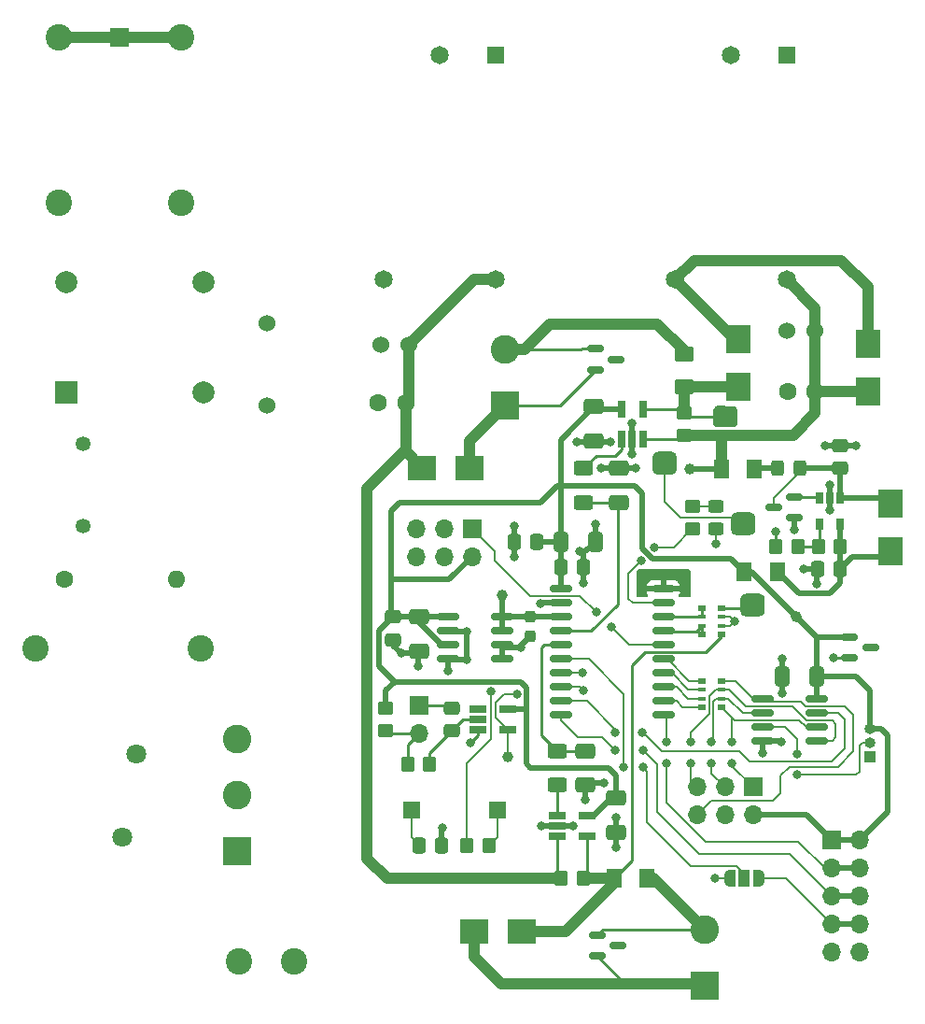
<source format=gtl>
%TF.GenerationSoftware,KiCad,Pcbnew,(6.0.1)*%
%TF.CreationDate,2022-08-06T00:30:52-06:00*%
%TF.ProjectId,main_board,6d61696e-5f62-46f6-9172-642e6b696361,1.4*%
%TF.SameCoordinates,Original*%
%TF.FileFunction,Copper,L1,Top*%
%TF.FilePolarity,Positive*%
%FSLAX46Y46*%
G04 Gerber Fmt 4.6, Leading zero omitted, Abs format (unit mm)*
G04 Created by KiCad (PCBNEW (6.0.1)) date 2022-08-06 00:30:52*
%MOMM*%
%LPD*%
G01*
G04 APERTURE LIST*
G04 Aperture macros list*
%AMRoundRect*
0 Rectangle with rounded corners*
0 $1 Rounding radius*
0 $2 $3 $4 $5 $6 $7 $8 $9 X,Y pos of 4 corners*
0 Add a 4 corners polygon primitive as box body*
4,1,4,$2,$3,$4,$5,$6,$7,$8,$9,$2,$3,0*
0 Add four circle primitives for the rounded corners*
1,1,$1+$1,$2,$3*
1,1,$1+$1,$4,$5*
1,1,$1+$1,$6,$7*
1,1,$1+$1,$8,$9*
0 Add four rect primitives between the rounded corners*
20,1,$1+$1,$2,$3,$4,$5,0*
20,1,$1+$1,$4,$5,$6,$7,0*
20,1,$1+$1,$6,$7,$8,$9,0*
20,1,$1+$1,$8,$9,$2,$3,0*%
%AMFreePoly0*
4,1,22,0.550000,-0.750000,0.000000,-0.750000,0.000000,-0.745033,-0.079941,-0.743568,-0.215256,-0.701293,-0.333266,-0.622738,-0.424486,-0.514219,-0.481581,-0.384460,-0.499164,-0.250000,-0.500000,-0.250000,-0.500000,0.250000,-0.499164,0.250000,-0.499963,0.256109,-0.478152,0.396186,-0.417904,0.524511,-0.324060,0.630769,-0.204165,0.706417,-0.067858,0.745374,0.000000,0.744959,0.000000,0.750000,
0.550000,0.750000,0.550000,-0.750000,0.550000,-0.750000,$1*%
%AMFreePoly1*
4,1,20,0.000000,0.744959,0.073905,0.744508,0.209726,0.703889,0.328688,0.626782,0.421226,0.519385,0.479903,0.390333,0.500000,0.250000,0.500000,-0.250000,0.499851,-0.262216,0.476331,-0.402017,0.414519,-0.529596,0.319384,-0.634700,0.198574,-0.708877,0.061801,-0.746166,0.000000,-0.745033,0.000000,-0.750000,-0.550000,-0.750000,-0.550000,0.750000,0.000000,0.750000,0.000000,0.744959,
0.000000,0.744959,$1*%
G04 Aperture macros list end*
%TA.AperFunction,ComponentPad*%
%ADD10R,1.650000X1.650000*%
%TD*%
%TA.AperFunction,ComponentPad*%
%ADD11C,1.650000*%
%TD*%
%TA.AperFunction,ComponentPad*%
%ADD12R,2.000000X2.000000*%
%TD*%
%TA.AperFunction,ComponentPad*%
%ADD13C,2.000000*%
%TD*%
%TA.AperFunction,ComponentPad*%
%ADD14C,1.524000*%
%TD*%
%TA.AperFunction,ComponentPad*%
%ADD15R,1.700000X1.700000*%
%TD*%
%TA.AperFunction,ComponentPad*%
%ADD16O,1.700000X1.700000*%
%TD*%
%TA.AperFunction,SMDPad,CuDef*%
%ADD17RoundRect,0.250001X-0.462499X-0.624999X0.462499X-0.624999X0.462499X0.624999X-0.462499X0.624999X0*%
%TD*%
%TA.AperFunction,SMDPad,CuDef*%
%ADD18RoundRect,0.250000X-0.350000X-0.450000X0.350000X-0.450000X0.350000X0.450000X-0.350000X0.450000X0*%
%TD*%
%TA.AperFunction,SMDPad,CuDef*%
%ADD19R,1.560000X0.650000*%
%TD*%
%TA.AperFunction,ComponentPad*%
%ADD20C,1.800000*%
%TD*%
%TA.AperFunction,SMDPad,CuDef*%
%ADD21R,2.500000X2.300000*%
%TD*%
%TA.AperFunction,SMDPad,CuDef*%
%ADD22RoundRect,0.250000X0.350000X0.450000X-0.350000X0.450000X-0.350000X-0.450000X0.350000X-0.450000X0*%
%TD*%
%TA.AperFunction,SMDPad,CuDef*%
%ADD23RoundRect,0.250000X-0.625000X0.400000X-0.625000X-0.400000X0.625000X-0.400000X0.625000X0.400000X0*%
%TD*%
%TA.AperFunction,SMDPad,CuDef*%
%ADD24RoundRect,0.150000X-0.587500X-0.150000X0.587500X-0.150000X0.587500X0.150000X-0.587500X0.150000X0*%
%TD*%
%TA.AperFunction,SMDPad,CuDef*%
%ADD25RoundRect,0.150000X-0.825000X-0.150000X0.825000X-0.150000X0.825000X0.150000X-0.825000X0.150000X0*%
%TD*%
%TA.AperFunction,SMDPad,CuDef*%
%ADD26RoundRect,0.150000X0.587500X0.150000X-0.587500X0.150000X-0.587500X-0.150000X0.587500X-0.150000X0*%
%TD*%
%TA.AperFunction,SMDPad,CuDef*%
%ADD27RoundRect,0.250001X-0.624999X0.462499X-0.624999X-0.462499X0.624999X-0.462499X0.624999X0.462499X0*%
%TD*%
%TA.AperFunction,SMDPad,CuDef*%
%ADD28C,1.000000*%
%TD*%
%TA.AperFunction,SMDPad,CuDef*%
%ADD29RoundRect,0.250000X0.337500X0.475000X-0.337500X0.475000X-0.337500X-0.475000X0.337500X-0.475000X0*%
%TD*%
%TA.AperFunction,ComponentPad*%
%ADD30R,1.000000X1.000000*%
%TD*%
%TA.AperFunction,ComponentPad*%
%ADD31O,1.000000X1.000000*%
%TD*%
%TA.AperFunction,ComponentPad*%
%ADD32C,2.600000*%
%TD*%
%TA.AperFunction,ComponentPad*%
%ADD33R,2.600000X2.600000*%
%TD*%
%TA.AperFunction,SMDPad,CuDef*%
%ADD34RoundRect,0.250000X-0.475000X0.337500X-0.475000X-0.337500X0.475000X-0.337500X0.475000X0.337500X0*%
%TD*%
%TA.AperFunction,SMDPad,CuDef*%
%ADD35RoundRect,0.250000X0.625000X-0.400000X0.625000X0.400000X-0.625000X0.400000X-0.625000X-0.400000X0*%
%TD*%
%TA.AperFunction,SMDPad,CuDef*%
%ADD36RoundRect,0.250000X0.650000X-0.412500X0.650000X0.412500X-0.650000X0.412500X-0.650000X-0.412500X0*%
%TD*%
%TA.AperFunction,SMDPad,CuDef*%
%ADD37R,0.800000X0.500000*%
%TD*%
%TA.AperFunction,SMDPad,CuDef*%
%ADD38R,0.800000X0.400000*%
%TD*%
%TA.AperFunction,SMDPad,CuDef*%
%ADD39R,2.300000X2.500000*%
%TD*%
%TA.AperFunction,SMDPad,CuDef*%
%ADD40RoundRect,0.250000X-0.450000X0.350000X-0.450000X-0.350000X0.450000X-0.350000X0.450000X0.350000X0*%
%TD*%
%TA.AperFunction,ComponentPad*%
%ADD41C,2.400000*%
%TD*%
%TA.AperFunction,SMDPad,CuDef*%
%ADD42R,0.700000X1.000000*%
%TD*%
%TA.AperFunction,ComponentPad*%
%ADD43C,1.600000*%
%TD*%
%TA.AperFunction,SMDPad,CuDef*%
%ADD44R,1.500000X1.500000*%
%TD*%
%TA.AperFunction,SMDPad,CuDef*%
%ADD45R,0.650000X1.560000*%
%TD*%
%TA.AperFunction,SMDPad,CuDef*%
%ADD46RoundRect,0.250001X0.462499X0.624999X-0.462499X0.624999X-0.462499X-0.624999X0.462499X-0.624999X0*%
%TD*%
%TA.AperFunction,SMDPad,CuDef*%
%ADD47RoundRect,0.250000X0.412500X0.650000X-0.412500X0.650000X-0.412500X-0.650000X0.412500X-0.650000X0*%
%TD*%
%TA.AperFunction,SMDPad,CuDef*%
%ADD48RoundRect,0.237500X0.237500X-0.300000X0.237500X0.300000X-0.237500X0.300000X-0.237500X-0.300000X0*%
%TD*%
%TA.AperFunction,SMDPad,CuDef*%
%ADD49FreePoly0,0.000000*%
%TD*%
%TA.AperFunction,SMDPad,CuDef*%
%ADD50R,1.000000X1.500000*%
%TD*%
%TA.AperFunction,SMDPad,CuDef*%
%ADD51FreePoly1,0.000000*%
%TD*%
%TA.AperFunction,SMDPad,CuDef*%
%ADD52RoundRect,0.250000X-0.325000X-0.450000X0.325000X-0.450000X0.325000X0.450000X-0.325000X0.450000X0*%
%TD*%
%TA.AperFunction,ComponentPad*%
%ADD53O,1.600000X1.600000*%
%TD*%
%TA.AperFunction,ComponentPad*%
%ADD54C,1.350000*%
%TD*%
%TA.AperFunction,SMDPad,CuDef*%
%ADD55RoundRect,0.150000X-0.875000X-0.150000X0.875000X-0.150000X0.875000X0.150000X-0.875000X0.150000X0*%
%TD*%
%TA.AperFunction,SMDPad,CuDef*%
%ADD56RoundRect,0.250000X0.450000X-0.325000X0.450000X0.325000X-0.450000X0.325000X-0.450000X-0.325000X0*%
%TD*%
%TA.AperFunction,SMDPad,CuDef*%
%ADD57RoundRect,0.250000X-0.650000X0.412500X-0.650000X-0.412500X0.650000X-0.412500X0.650000X0.412500X0*%
%TD*%
%TA.AperFunction,SMDPad,CuDef*%
%ADD58RoundRect,0.250000X0.475000X-0.337500X0.475000X0.337500X-0.475000X0.337500X-0.475000X-0.337500X0*%
%TD*%
%TA.AperFunction,SMDPad,CuDef*%
%ADD59RoundRect,0.250000X-0.337500X-0.475000X0.337500X-0.475000X0.337500X0.475000X-0.337500X0.475000X0*%
%TD*%
%TA.AperFunction,ViaPad*%
%ADD60C,0.800000*%
%TD*%
%TA.AperFunction,Conductor*%
%ADD61C,0.500000*%
%TD*%
%TA.AperFunction,Conductor*%
%ADD62C,0.200000*%
%TD*%
%TA.AperFunction,Conductor*%
%ADD63C,0.250000*%
%TD*%
%TA.AperFunction,Conductor*%
%ADD64C,1.000000*%
%TD*%
%TA.AperFunction,Conductor*%
%ADD65C,0.150000*%
%TD*%
G04 APERTURE END LIST*
D10*
X104885000Y-65840000D03*
D11*
X99805000Y-65840000D03*
X94725000Y-86160000D03*
X104885000Y-86160000D03*
D12*
X65892500Y-96357500D03*
D13*
X65892500Y-86357500D03*
X78392500Y-96357500D03*
X78392500Y-86357500D03*
D14*
X94460000Y-92100000D03*
X97000000Y-92100000D03*
X133850000Y-90800000D03*
X131310000Y-90800000D03*
D15*
X102725000Y-108700000D03*
D16*
X102725000Y-111240000D03*
X100185000Y-108700000D03*
X100185000Y-111240000D03*
X97645000Y-108700000D03*
X97645000Y-111240000D03*
D17*
X125317500Y-103310000D03*
X128292500Y-103310000D03*
D18*
X96885000Y-130100000D03*
X98885000Y-130100000D03*
D19*
X110442500Y-134710000D03*
X110442500Y-135660000D03*
X110442500Y-136610000D03*
X113142500Y-136610000D03*
X113142500Y-134710000D03*
D20*
X70955000Y-136650000D03*
X72255000Y-129150000D03*
D21*
X102950000Y-145200000D03*
X107250000Y-145200000D03*
D22*
X112792500Y-140410000D03*
X110792500Y-140410000D03*
D23*
X112817500Y-103275000D03*
X112817500Y-106375000D03*
D24*
X136980000Y-118560000D03*
X136980000Y-120460000D03*
X138855000Y-119510000D03*
D16*
X97910000Y-127300000D03*
D15*
X97910000Y-124760000D03*
D25*
X100517500Y-116735000D03*
X100517500Y-118005000D03*
X100517500Y-119275000D03*
X100517500Y-120545000D03*
X105467500Y-120545000D03*
X105467500Y-119275000D03*
X105467500Y-118005000D03*
X105467500Y-116735000D03*
D26*
X131955000Y-107760000D03*
X131955000Y-105860000D03*
X130080000Y-106810000D03*
D27*
X121950000Y-95862500D03*
X121950000Y-92887500D03*
D28*
X132117500Y-116660000D03*
D29*
X108617500Y-109910000D03*
X106542500Y-109910000D03*
D28*
X122467500Y-103310000D03*
D19*
X105967500Y-125060000D03*
X105967500Y-126960000D03*
X103267500Y-126960000D03*
X103267500Y-126010000D03*
X103267500Y-125060000D03*
D30*
X138800000Y-129400000D03*
D31*
X138800000Y-128130000D03*
X138800000Y-126860000D03*
D28*
X108092500Y-140410000D03*
D15*
X128200000Y-132125000D03*
D16*
X128200000Y-134665000D03*
X125660000Y-132125000D03*
X125660000Y-134665000D03*
X123120000Y-132125000D03*
X123120000Y-134665000D03*
D32*
X123800000Y-145020000D03*
D33*
X123800000Y-150100000D03*
D28*
X106000000Y-129400000D03*
D34*
X100900000Y-124972500D03*
X100900000Y-127047500D03*
D15*
X135330000Y-136935000D03*
D16*
X137870000Y-136935000D03*
X135330000Y-139475000D03*
X137870000Y-139475000D03*
X135330000Y-142015000D03*
X137870000Y-142015000D03*
X135330000Y-144555000D03*
X137870000Y-144555000D03*
X135330000Y-147095000D03*
X137870000Y-147095000D03*
D35*
X110442500Y-131960000D03*
X110442500Y-128860000D03*
D36*
X115817500Y-136272500D03*
X115817500Y-133147500D03*
D37*
X125367500Y-118335000D03*
D38*
X125367500Y-117535000D03*
X125367500Y-116735000D03*
D37*
X125367500Y-115935000D03*
X123567500Y-115935000D03*
D38*
X123567500Y-116735000D03*
X123567500Y-117535000D03*
D37*
X123567500Y-118335000D03*
D39*
X140667500Y-106460000D03*
X140667500Y-110760000D03*
D40*
X94900000Y-125010000D03*
X94900000Y-127010000D03*
D36*
X113750000Y-97687500D03*
X113750000Y-100812500D03*
D41*
X81600000Y-147900000D03*
X86600000Y-147900000D03*
D28*
X105492500Y-114710000D03*
D25*
X129042500Y-124180000D03*
X129042500Y-125450000D03*
X129042500Y-126720000D03*
X129042500Y-127990000D03*
X133992500Y-127990000D03*
X133992500Y-126720000D03*
X133992500Y-125450000D03*
X133992500Y-124180000D03*
D39*
X126900000Y-95850000D03*
X126900000Y-91550000D03*
D22*
X132267500Y-110310000D03*
X130267500Y-110310000D03*
D42*
X136117500Y-105910000D03*
X135167500Y-105910000D03*
X134217500Y-105910000D03*
X134217500Y-108310000D03*
X136117500Y-108310000D03*
D36*
X113017500Y-131972500D03*
X113017500Y-128847500D03*
D43*
X133850000Y-96300000D03*
X131350000Y-96300000D03*
D44*
X105000000Y-134200000D03*
X97200000Y-134200000D03*
D24*
X115770000Y-93375000D03*
X113895000Y-94325000D03*
X113895000Y-92425000D03*
D41*
X63100000Y-119600000D03*
X78100000Y-119600000D03*
D24*
X115937500Y-146500000D03*
X114062500Y-147450000D03*
X114062500Y-145550000D03*
D39*
X138600000Y-96300000D03*
X138600000Y-92000000D03*
D17*
X115605000Y-140410000D03*
X118580000Y-140410000D03*
D45*
X116300000Y-97900000D03*
X118200000Y-97900000D03*
X118200000Y-100600000D03*
X117250000Y-100600000D03*
X116300000Y-100600000D03*
D21*
X98150000Y-103200000D03*
X102450000Y-103200000D03*
D46*
X127412500Y-112600000D03*
X130387500Y-112600000D03*
D47*
X133980000Y-122110000D03*
X130855000Y-122110000D03*
D48*
X107992500Y-118460000D03*
X107992500Y-116735000D03*
D41*
X76300000Y-79200000D03*
X76300000Y-64200000D03*
D15*
X70750000Y-64225000D03*
D49*
X126100000Y-140400000D03*
D50*
X127400000Y-140400000D03*
D51*
X128700000Y-140400000D03*
D32*
X105737500Y-92440000D03*
D33*
X105737500Y-97520000D03*
D37*
X123567500Y-122510000D03*
D38*
X123567500Y-123310000D03*
X123567500Y-124110000D03*
D37*
X123567500Y-124910000D03*
X125367500Y-124910000D03*
D38*
X125367500Y-124110000D03*
X125367500Y-123310000D03*
D37*
X125367500Y-122510000D03*
D41*
X65200000Y-64200000D03*
X65200000Y-79200000D03*
D10*
X131285000Y-65840000D03*
D11*
X126205000Y-65840000D03*
X121125000Y-86160000D03*
X131285000Y-86160000D03*
D40*
X122717500Y-106732500D03*
X122717500Y-108732500D03*
D52*
X130442500Y-103260000D03*
X132492500Y-103260000D03*
D14*
X84100000Y-97600000D03*
X84100000Y-90100000D03*
D43*
X65720000Y-113300000D03*
D53*
X75880000Y-113300000D03*
D22*
X136117500Y-110310000D03*
X134117500Y-110310000D03*
D47*
X113892500Y-109910000D03*
X110767500Y-109910000D03*
D22*
X104250000Y-137400000D03*
X102250000Y-137400000D03*
D40*
X121950000Y-100250000D03*
X121950000Y-98250000D03*
D29*
X112842500Y-112210000D03*
X110767500Y-112210000D03*
D54*
X67400000Y-108500000D03*
X67400000Y-101000000D03*
D55*
X110767500Y-114195000D03*
X110767500Y-115465000D03*
X110767500Y-116735000D03*
X110767500Y-118005000D03*
X110767500Y-119275000D03*
X110767500Y-120545000D03*
X110767500Y-121815000D03*
X110767500Y-123085000D03*
X110767500Y-124355000D03*
X110767500Y-125625000D03*
X120067500Y-125625000D03*
X120067500Y-124355000D03*
X120067500Y-123085000D03*
X120067500Y-121815000D03*
X120067500Y-120545000D03*
X120067500Y-119275000D03*
X120067500Y-118005000D03*
X120067500Y-116735000D03*
X120067500Y-115465000D03*
X120067500Y-114195000D03*
D36*
X97917500Y-119860000D03*
X97917500Y-116735000D03*
D56*
X124817500Y-108735000D03*
X124817500Y-106685000D03*
D57*
X116017500Y-103262500D03*
X116017500Y-106387500D03*
D58*
X95567500Y-118810000D03*
X95567500Y-116735000D03*
D59*
X97912500Y-137400000D03*
X99987500Y-137400000D03*
D32*
X81405000Y-127825000D03*
X81405000Y-132905000D03*
D33*
X81405000Y-137985000D03*
D58*
X136117500Y-103260000D03*
X136117500Y-101185000D03*
D43*
X96700000Y-97300000D03*
X94200000Y-97300000D03*
D29*
X136117500Y-112410000D03*
X134042500Y-112410000D03*
D60*
X112700000Y-121800000D03*
X112800000Y-123400000D03*
X126300000Y-98050000D03*
X126300000Y-99100000D03*
X125100000Y-99100000D03*
X125100000Y-98050000D03*
X119600000Y-103300000D03*
X120800000Y-103300000D03*
X119600000Y-102250000D03*
X120800000Y-102250000D03*
X102600000Y-128100000D03*
X128767500Y-116160000D03*
X126717500Y-108800000D03*
X126717500Y-107750000D03*
X127567500Y-115110000D03*
X128767500Y-115110000D03*
X127917500Y-107750000D03*
X127567500Y-116160000D03*
X127917500Y-108800000D03*
X114017500Y-116310000D03*
X115317500Y-117610000D03*
X118217500Y-130310000D03*
X116493000Y-130310000D03*
X115718000Y-128810000D03*
X118217500Y-128810000D03*
X126317500Y-130010000D03*
X126317500Y-128010000D03*
X106768000Y-123700000D03*
X124442500Y-128010000D03*
X124442500Y-130010000D03*
X118049562Y-111600938D03*
X119250938Y-110399562D03*
X106542500Y-111310000D03*
X117250000Y-99200000D03*
X108917500Y-115510000D03*
X102217500Y-118010000D03*
X112232500Y-100850000D03*
X124817500Y-110060000D03*
X97867500Y-121210000D03*
X134717500Y-101160000D03*
X121917500Y-113010000D03*
X130767500Y-128059500D03*
X112842500Y-113610000D03*
X124725000Y-140400000D03*
X102217500Y-120560000D03*
X135167500Y-104760000D03*
X121917500Y-114210000D03*
X137517500Y-101160000D03*
X106542500Y-108510000D03*
X114667500Y-131760000D03*
X130267500Y-108960000D03*
X115250000Y-100850000D03*
X118217500Y-114210000D03*
X120067500Y-113010000D03*
X115817500Y-134910000D03*
X107117500Y-119460000D03*
X112517500Y-110810000D03*
X135517500Y-120460000D03*
X129042500Y-129060000D03*
X109017500Y-135660000D03*
X126517500Y-117160000D03*
X100517500Y-121610000D03*
X113917500Y-108310000D03*
X131967500Y-108810000D03*
X132817500Y-112410000D03*
X135167500Y-107060000D03*
X96267500Y-120010000D03*
X130867500Y-120510000D03*
X117567500Y-103275000D03*
X114467500Y-103275000D03*
X117250000Y-102000000D03*
X115817500Y-137610000D03*
X111917500Y-135660000D03*
X113017500Y-133310000D03*
X118217500Y-113010000D03*
X100000000Y-135800000D03*
X134017500Y-113760000D03*
X130867500Y-123660000D03*
X122567500Y-130010000D03*
X122567500Y-128010000D03*
X104400000Y-123500000D03*
X132175000Y-131009500D03*
X132175000Y-129110500D03*
X120367500Y-130009989D03*
X120367500Y-128010000D03*
X118167500Y-127210000D03*
X115718000Y-127210000D03*
D61*
X97917500Y-117227849D02*
X97917500Y-116735000D01*
X99964651Y-119275000D02*
X97917500Y-117227849D01*
X100517500Y-119275000D02*
X99964651Y-119275000D01*
X115817500Y-133147500D02*
X115352500Y-133147500D01*
X115352500Y-133147500D02*
X113790000Y-134710000D01*
X113790000Y-134710000D02*
X113142500Y-134710000D01*
X115100000Y-130400000D02*
X108007500Y-130400000D01*
X107617500Y-130010000D02*
X107617500Y-125110000D01*
X115817500Y-131117500D02*
X115100000Y-130400000D01*
X108007500Y-130400000D02*
X107617500Y-130010000D01*
X115817500Y-133147500D02*
X115817500Y-131117500D01*
D62*
X126717500Y-107750000D02*
X127917500Y-107750000D01*
X126667500Y-107700000D02*
X126717500Y-107750000D01*
X121600000Y-107700000D02*
X126667500Y-107700000D01*
X120200000Y-106300000D02*
X121600000Y-107700000D01*
X120200000Y-103300000D02*
X120200000Y-106300000D01*
D61*
X100665000Y-113300000D02*
X95400000Y-113300000D01*
X95400000Y-113300000D02*
X95400000Y-116567500D01*
X95400000Y-107100000D02*
X95400000Y-113300000D01*
X102725000Y-111240000D02*
X100665000Y-113300000D01*
D63*
X109000000Y-127417500D02*
X110442500Y-128860000D01*
X109000000Y-119527500D02*
X109000000Y-127417500D01*
X109252500Y-119275000D02*
X109000000Y-119527500D01*
X110767500Y-119275000D02*
X109252500Y-119275000D01*
D62*
X110782500Y-121800000D02*
X110767500Y-121815000D01*
X112700000Y-121800000D02*
X110782500Y-121800000D01*
X112485000Y-123085000D02*
X110767500Y-123085000D01*
X112800000Y-123400000D02*
X112485000Y-123085000D01*
D61*
X107617500Y-125110000D02*
X107617500Y-123110000D01*
X107617500Y-123110000D02*
X107107500Y-122600000D01*
X107107500Y-122600000D02*
X96300000Y-122600000D01*
X95700000Y-122600000D02*
X96300000Y-122600000D01*
D62*
X102250000Y-129977500D02*
X102250000Y-137400000D01*
X104417500Y-127810000D02*
X102250000Y-129977500D01*
X104400000Y-123500000D02*
X104417500Y-123517500D01*
X104417500Y-123517500D02*
X104417500Y-127810000D01*
D61*
X94900000Y-123400000D02*
X94900000Y-125010000D01*
X95700000Y-122600000D02*
X94900000Y-123400000D01*
X94300000Y-121200000D02*
X95700000Y-122600000D01*
X94300000Y-118002500D02*
X94300000Y-121200000D01*
X95567500Y-116735000D02*
X94300000Y-118002500D01*
D64*
X95017500Y-140410000D02*
X108417500Y-140410000D01*
X93200000Y-138592500D02*
X95017500Y-140410000D01*
X93200000Y-105100000D02*
X93200000Y-138592500D01*
X96550000Y-101750000D02*
X93200000Y-105100000D01*
X96700000Y-101750000D02*
X96550000Y-101750000D01*
D63*
X122300000Y-98600000D02*
X121950000Y-98250000D01*
X126300000Y-98600000D02*
X122300000Y-98600000D01*
X126300000Y-98600000D02*
X126300000Y-98050000D01*
X126300000Y-99100000D02*
X126300000Y-98600000D01*
X120200000Y-103300000D02*
X120800000Y-103300000D01*
X119600000Y-103300000D02*
X120200000Y-103300000D01*
D64*
X96700000Y-101750000D02*
X98150000Y-103200000D01*
X96700000Y-97300000D02*
X96700000Y-101750000D01*
X97000000Y-92100000D02*
X97000000Y-97000000D01*
X97000000Y-97000000D02*
X96700000Y-97300000D01*
X102940000Y-86160000D02*
X97000000Y-92100000D01*
X104885000Y-86160000D02*
X102940000Y-86160000D01*
D63*
X114062500Y-147450000D02*
X116712500Y-150100000D01*
X116712500Y-150100000D02*
X123800000Y-150100000D01*
X114592500Y-145020000D02*
X123800000Y-145020000D01*
X114062500Y-145550000D02*
X114592500Y-145020000D01*
D64*
X119190000Y-140410000D02*
X123800000Y-145020000D01*
X118580000Y-140410000D02*
X119190000Y-140410000D01*
D62*
X124725000Y-140400000D02*
X126100000Y-140400000D01*
X131175000Y-140400000D02*
X135330000Y-144555000D01*
X128700000Y-140400000D02*
X131175000Y-140400000D01*
X118617500Y-130710000D02*
X118217500Y-130310000D01*
X127400000Y-139950000D02*
X126725000Y-139275000D01*
X126725000Y-139275000D02*
X122550000Y-139275000D01*
X127400000Y-140400000D02*
X127400000Y-139950000D01*
X122550000Y-139275000D02*
X118617500Y-135342500D01*
X118617500Y-135342500D02*
X118617500Y-130710000D01*
D64*
X115605000Y-140795000D02*
X115605000Y-140410000D01*
X107250000Y-145200000D02*
X111200000Y-145200000D01*
X111200000Y-145200000D02*
X115605000Y-140795000D01*
X105380000Y-149980000D02*
X124380000Y-149980000D01*
X102950000Y-147550000D02*
X105380000Y-149980000D01*
X102950000Y-145200000D02*
X102950000Y-147550000D01*
X112792500Y-140410000D02*
X115605000Y-140410000D01*
D61*
X99987500Y-135812500D02*
X99987500Y-137400000D01*
X100000000Y-135800000D02*
X99987500Y-135812500D01*
D62*
X119517500Y-134367500D02*
X123325000Y-138175000D01*
X131490000Y-138175000D02*
X135330000Y-142015000D01*
X119517500Y-130110000D02*
X119517500Y-134367500D01*
X123325000Y-138175000D02*
X131490000Y-138175000D01*
X118217500Y-128810000D02*
X119517500Y-130110000D01*
D61*
X137870000Y-142015000D02*
X135330000Y-142015000D01*
X135330000Y-136935000D02*
X137870000Y-136935000D01*
D64*
X102450000Y-100807500D02*
X105737500Y-97520000D01*
X102450000Y-103200000D02*
X102450000Y-100807500D01*
D62*
X106000000Y-129400000D02*
X105967500Y-129367500D01*
X105967500Y-129367500D02*
X105967500Y-126960000D01*
D63*
X103267500Y-127432500D02*
X103267500Y-126960000D01*
X102600000Y-128100000D02*
X103267500Y-127432500D01*
X100687500Y-124760000D02*
X97910000Y-124760000D01*
X100900000Y-124972500D02*
X100687500Y-124760000D01*
X101937500Y-126010000D02*
X103267500Y-126010000D01*
X100900000Y-127047500D02*
X101937500Y-126010000D01*
X98885000Y-130100000D02*
X98885000Y-129062500D01*
X98885000Y-129062500D02*
X100900000Y-127047500D01*
X96885000Y-128325000D02*
X96885000Y-130100000D01*
X97910000Y-127300000D02*
X96885000Y-128325000D01*
X94900000Y-127010000D02*
X95190000Y-127300000D01*
X95190000Y-127300000D02*
X97825000Y-127300000D01*
D62*
X105000000Y-134200000D02*
X105000000Y-136650000D01*
X97200000Y-134200000D02*
X97200000Y-136687500D01*
X105000000Y-136650000D02*
X104250000Y-137400000D01*
X97200000Y-136687500D02*
X97912500Y-137400000D01*
D61*
X95400000Y-116567500D02*
X95567500Y-116735000D01*
X108900000Y-106400000D02*
X96100000Y-106400000D01*
X110474511Y-104825489D02*
X108900000Y-106400000D01*
X110774511Y-104825489D02*
X110474511Y-104825489D01*
X96100000Y-106400000D02*
X95400000Y-107100000D01*
X110767500Y-100670000D02*
X110767500Y-104832500D01*
X113750000Y-97687500D02*
X110767500Y-100670000D01*
D62*
X104800000Y-110775000D02*
X102725000Y-108700000D01*
X104800000Y-111600000D02*
X104800000Y-110775000D01*
X108010000Y-114810000D02*
X104800000Y-111600000D01*
X112517500Y-114810000D02*
X108010000Y-114810000D01*
X114017500Y-116310000D02*
X112517500Y-114810000D01*
D61*
X132117500Y-116660000D02*
X128057500Y-112600000D01*
X128057500Y-112600000D02*
X127412500Y-112600000D01*
X135167989Y-114609511D02*
X132397011Y-114609511D01*
X136117500Y-113660000D02*
X135167989Y-114609511D01*
X136117500Y-112410000D02*
X136117500Y-113660000D01*
X118150000Y-110500000D02*
X119075000Y-111425000D01*
X119075000Y-111425000D02*
X126237500Y-111425000D01*
X126237500Y-111425000D02*
X127412500Y-112600000D01*
X118150000Y-105500000D02*
X118150000Y-110500000D01*
X117475489Y-104825489D02*
X118150000Y-105500000D01*
X110774511Y-104825489D02*
X117475489Y-104825489D01*
X132397011Y-114609511D02*
X130387500Y-112600000D01*
D64*
X138600000Y-86800000D02*
X138600000Y-92000000D01*
X136200000Y-84400000D02*
X138600000Y-86800000D01*
X122885000Y-84400000D02*
X136200000Y-84400000D01*
X121125000Y-86160000D02*
X122885000Y-84400000D01*
X126515000Y-91550000D02*
X121125000Y-86160000D01*
X126900000Y-91550000D02*
X126515000Y-91550000D01*
X131850000Y-100250000D02*
X127420000Y-100250000D01*
X133850000Y-98250000D02*
X131850000Y-100250000D01*
X133850000Y-96300000D02*
X133850000Y-98250000D01*
X133850000Y-96300000D02*
X138600000Y-96300000D01*
X133850000Y-90800000D02*
X133850000Y-96300000D01*
X133850000Y-88725000D02*
X131285000Y-86160000D01*
X133850000Y-90800000D02*
X133850000Y-88725000D01*
X126887500Y-95862500D02*
X126900000Y-95850000D01*
X121950000Y-95862500D02*
X126887500Y-95862500D01*
X121950000Y-95862500D02*
X121950000Y-98250000D01*
X125317500Y-100482500D02*
X125317500Y-103310000D01*
X125550000Y-100250000D02*
X125317500Y-100482500D01*
X127420000Y-100250000D02*
X125550000Y-100250000D01*
X127420000Y-100250000D02*
X121950000Y-100250000D01*
D63*
X116300000Y-101500000D02*
X116300000Y-100600000D01*
X115700000Y-102100000D02*
X116300000Y-101500000D01*
X114000000Y-102100000D02*
X115700000Y-102100000D01*
X112825000Y-103275000D02*
X114000000Y-102100000D01*
X112817500Y-103275000D02*
X112825000Y-103275000D01*
D61*
X110767500Y-104832500D02*
X110774511Y-104825489D01*
X110767500Y-109910000D02*
X110767500Y-104832500D01*
X113712500Y-100850000D02*
X113750000Y-100812500D01*
X112232500Y-100850000D02*
X113712500Y-100850000D01*
D62*
X104817500Y-125810000D02*
X105967500Y-126960000D01*
X104817500Y-124505978D02*
X104817500Y-125810000D01*
X106768000Y-123700000D02*
X105623478Y-123700000D01*
X105623478Y-123700000D02*
X104817500Y-124505978D01*
D61*
X107992500Y-116735000D02*
X105467500Y-116735000D01*
X105492500Y-114710000D02*
X105492500Y-116710000D01*
X105467500Y-118005000D02*
X105467500Y-116735000D01*
D62*
X105492500Y-116710000D02*
X105467500Y-116735000D01*
D61*
X107992500Y-116735000D02*
X110767500Y-116735000D01*
D63*
X113142500Y-136610000D02*
X113142500Y-140060000D01*
X125367500Y-118460000D02*
X125367500Y-118335000D01*
X117217500Y-138797500D02*
X115605000Y-140410000D01*
X117217500Y-121110000D02*
X117217500Y-138797500D01*
X118417500Y-119910000D02*
X117217500Y-121110000D01*
X113142500Y-140060000D02*
X112792500Y-140410000D01*
X123917500Y-119910000D02*
X125367500Y-118460000D01*
X123917500Y-119910000D02*
X118417500Y-119910000D01*
D61*
X110767500Y-112210000D02*
X110767500Y-109910000D01*
X133980000Y-118522500D02*
X132117500Y-116660000D01*
X107567500Y-125060000D02*
X105967500Y-125060000D01*
X95567500Y-116735000D02*
X97917500Y-116735000D01*
X133980000Y-122110000D02*
X137560000Y-122110000D01*
X136942500Y-118522500D02*
X136980000Y-118560000D01*
X133980000Y-118522500D02*
X136942500Y-118522500D01*
X138800000Y-123350000D02*
X138800000Y-126860000D01*
X140425000Y-127425000D02*
X140425000Y-134380000D01*
X140425000Y-134380000D02*
X137870000Y-136935000D01*
X116300000Y-97900000D02*
X113962500Y-97900000D01*
X133992500Y-122122500D02*
X133980000Y-122110000D01*
X133980000Y-122110000D02*
X133980000Y-118522500D01*
X113962500Y-97900000D02*
X113750000Y-97687500D01*
X137560000Y-122110000D02*
X138800000Y-123350000D01*
X138800000Y-126860000D02*
X139860000Y-126860000D01*
X133992500Y-124180000D02*
X133992500Y-122122500D01*
X107617500Y-125110000D02*
X107567500Y-125060000D01*
X100192500Y-116735000D02*
X97917500Y-116735000D01*
X97917500Y-116735000D02*
X100517500Y-116735000D01*
X110767500Y-114195000D02*
X110767500Y-112210000D01*
X108617500Y-109910000D02*
X110767500Y-109910000D01*
X128200000Y-134665000D02*
X133060000Y-134665000D01*
X139860000Y-126860000D02*
X140425000Y-127425000D01*
X133060000Y-134665000D02*
X135330000Y-136935000D01*
D63*
X127567500Y-116160000D02*
X127567500Y-115660000D01*
X118200000Y-97900000D02*
X121600000Y-97900000D01*
X121600000Y-97900000D02*
X121950000Y-98250000D01*
X127567500Y-115660000D02*
X127567500Y-115110000D01*
X125367500Y-115935000D02*
X127342500Y-115935000D01*
X127342500Y-115935000D02*
X127567500Y-116160000D01*
X116017500Y-106387500D02*
X112830000Y-106387500D01*
X113522500Y-118005000D02*
X115967500Y-115560000D01*
X115967500Y-106437500D02*
X116017500Y-106387500D01*
X110767500Y-118005000D02*
X113522500Y-118005000D01*
X115967500Y-115560000D02*
X115967500Y-106437500D01*
X112830000Y-106387500D02*
X112817500Y-106375000D01*
D61*
X136117500Y-112410000D02*
X136117500Y-110310000D01*
X140667500Y-111310000D02*
X137217500Y-111310000D01*
X136117500Y-110310000D02*
X136117500Y-108310000D01*
X137217500Y-111310000D02*
X136117500Y-112410000D01*
D62*
X116982500Y-119275000D02*
X115317500Y-117610000D01*
X120067500Y-119275000D02*
X116982500Y-119275000D01*
X116493000Y-130310000D02*
X116493000Y-123685500D01*
X113352500Y-120545000D02*
X110767500Y-120545000D01*
X116493000Y-123685500D02*
X113352500Y-120545000D01*
D63*
X110442500Y-134710000D02*
X110442500Y-131960000D01*
D64*
X107467500Y-92440000D02*
X105737500Y-92440000D01*
D63*
X112652500Y-92425000D02*
X112637500Y-92440000D01*
D64*
X119532500Y-90175000D02*
X109732500Y-90175000D01*
X121950000Y-92592500D02*
X119532500Y-90175000D01*
D63*
X113895000Y-92425000D02*
X112652500Y-92425000D01*
D64*
X109732500Y-90175000D02*
X107467500Y-92440000D01*
D63*
X112637500Y-92440000D02*
X105737500Y-92440000D01*
D64*
X121950000Y-92887500D02*
X121950000Y-92592500D01*
D63*
X121600000Y-100600000D02*
X121950000Y-100250000D01*
D61*
X122467500Y-103310000D02*
X125317500Y-103310000D01*
D63*
X118200000Y-100600000D02*
X121600000Y-100600000D01*
D62*
X115718000Y-128810000D02*
X114517520Y-127609520D01*
X114517520Y-127609520D02*
X112317020Y-127609520D01*
X110767500Y-126060000D02*
X110767500Y-125625000D01*
X112317020Y-127609520D02*
X110767500Y-126060000D01*
X132377494Y-126085000D02*
X133012494Y-126720000D01*
X126317500Y-130242500D02*
X128200000Y-132125000D01*
X133012494Y-126720000D02*
X133992500Y-126720000D01*
X126317500Y-130010000D02*
X126317500Y-130242500D01*
X126542500Y-126085000D02*
X132377494Y-126085000D01*
X126317500Y-125860000D02*
X126542500Y-126085000D01*
X126317500Y-125860000D02*
X125367500Y-124910000D01*
X126317500Y-128010000D02*
X126317500Y-125860000D01*
D61*
X128342500Y-103260000D02*
X128292500Y-103310000D01*
X130442500Y-103260000D02*
X128342500Y-103260000D01*
D62*
X130080000Y-106810000D02*
X130080000Y-105947500D01*
D61*
X136117500Y-105910000D02*
X140667500Y-105910000D01*
D62*
X132492500Y-103535000D02*
X132492500Y-103260000D01*
X130080000Y-105947500D02*
X132492500Y-103535000D01*
D61*
X136117500Y-103260000D02*
X132492500Y-103260000D01*
X136117500Y-105910000D02*
X136117500Y-103260000D01*
D63*
X134217500Y-110210000D02*
X134117500Y-110310000D01*
X134217500Y-108310000D02*
X134217500Y-110210000D01*
X134117500Y-110310000D02*
X132267500Y-110310000D01*
D62*
X122717500Y-106732500D02*
X124770000Y-106732500D01*
X124770000Y-106732500D02*
X124817500Y-106685000D01*
D63*
X110442500Y-128860000D02*
X113005000Y-128860000D01*
X113005000Y-128860000D02*
X113017500Y-128847500D01*
D65*
X124617500Y-124360000D02*
X124617500Y-127835000D01*
D62*
X125967500Y-124110000D02*
X127307500Y-125450000D01*
X124442500Y-130010000D02*
X124442500Y-130907500D01*
D65*
X124867500Y-124110000D02*
X124617500Y-124360000D01*
D62*
X124442500Y-130907500D02*
X125660000Y-132125000D01*
X125367500Y-124110000D02*
X125967500Y-124110000D01*
D65*
X124617500Y-127835000D02*
X124442500Y-128010000D01*
X125367500Y-124110000D02*
X124867500Y-124110000D01*
D62*
X127307500Y-125450000D02*
X129042500Y-125450000D01*
X117272500Y-115465000D02*
X120067500Y-115465000D01*
X121035432Y-110399562D02*
X122667980Y-108767014D01*
X118049562Y-111600938D02*
X116867500Y-112783000D01*
X116867500Y-112783000D02*
X116867500Y-115060000D01*
X116867500Y-115060000D02*
X117272500Y-115465000D01*
X119250938Y-110399562D02*
X121035432Y-110399562D01*
D63*
X134167500Y-105860000D02*
X134217500Y-105910000D01*
X131955000Y-105860000D02*
X134167500Y-105860000D01*
D61*
X130855000Y-122110000D02*
X130855000Y-123647500D01*
X115817500Y-136272500D02*
X115817500Y-137610000D01*
X107117500Y-119460000D02*
X105652500Y-119460000D01*
X134042500Y-112410000D02*
X132817500Y-112410000D01*
D63*
X113895000Y-94325000D02*
X110700000Y-97520000D01*
D61*
X106542500Y-109910000D02*
X106542500Y-111310000D01*
X114667500Y-131760000D02*
X113230000Y-131760000D01*
X108962500Y-115465000D02*
X110767500Y-115465000D01*
X95567500Y-119310000D02*
X95567500Y-118810000D01*
X131967500Y-108810000D02*
X131955000Y-108797500D01*
X129042500Y-127990000D02*
X130698000Y-127990000D01*
X107117500Y-119335000D02*
X107992500Y-118460000D01*
X110442500Y-135660000D02*
X109017500Y-135660000D01*
X97767500Y-120010000D02*
X97917500Y-119860000D01*
X130855000Y-123647500D02*
X130867500Y-123660000D01*
X111917500Y-135660000D02*
X110442500Y-135660000D01*
X130698000Y-127990000D02*
X130767500Y-128059500D01*
X136117500Y-101185000D02*
X134742500Y-101185000D01*
X102217500Y-120560000D02*
X102217500Y-118010000D01*
X134017500Y-113760000D02*
X134017500Y-112435000D01*
X100517500Y-121610000D02*
X100517500Y-120545000D01*
X136117500Y-101185000D02*
X137492500Y-101185000D01*
X105652500Y-119460000D02*
X105467500Y-119275000D01*
D63*
X136980000Y-120460000D02*
X135517500Y-120460000D01*
D61*
X96267500Y-120010000D02*
X97767500Y-120010000D01*
X108917500Y-115510000D02*
X108962500Y-115465000D01*
D62*
X126142500Y-117535000D02*
X126517500Y-117160000D01*
D61*
X131955000Y-108797500D02*
X131955000Y-107760000D01*
X129042500Y-127990000D02*
X129042500Y-129060000D01*
X97867500Y-119910000D02*
X97917500Y-119860000D01*
X135167500Y-105910000D02*
X135167500Y-107060000D01*
X100532500Y-120560000D02*
X100517500Y-120545000D01*
X130855000Y-120522500D02*
X130867500Y-120510000D01*
X113787500Y-100850000D02*
X113750000Y-100812500D01*
X105467500Y-120545000D02*
X105467500Y-119275000D01*
X100522500Y-118010000D02*
X100517500Y-118005000D01*
X113017500Y-133310000D02*
X113017500Y-131972500D01*
X112517500Y-110810000D02*
X112992500Y-110810000D01*
X106542500Y-109910000D02*
X106542500Y-108510000D01*
X134017500Y-112435000D02*
X134042500Y-112410000D01*
D62*
X124817500Y-108735000D02*
X124817500Y-110060000D01*
D61*
X135167500Y-105910000D02*
X135167500Y-104760000D01*
X96267500Y-120010000D02*
X95567500Y-119310000D01*
D63*
X130267500Y-110310000D02*
X130267500Y-108960000D01*
D61*
X115250000Y-100850000D02*
X113787500Y-100850000D01*
X112842500Y-111135000D02*
X112842500Y-112210000D01*
X116017500Y-103262500D02*
X117555000Y-103262500D01*
X117250000Y-100600000D02*
X117250000Y-99200000D01*
D62*
X126517500Y-117160000D02*
X126092500Y-116735000D01*
D61*
X97867500Y-121210000D02*
X97867500Y-119910000D01*
D63*
X110700000Y-97520000D02*
X105737500Y-97520000D01*
D61*
X113892500Y-108335000D02*
X113917500Y-108310000D01*
X117555000Y-103262500D02*
X117567500Y-103275000D01*
D62*
X125367500Y-117535000D02*
X126142500Y-117535000D01*
X126092500Y-116735000D02*
X125367500Y-116735000D01*
D61*
X112517500Y-110810000D02*
X112842500Y-111135000D01*
X102217500Y-120560000D02*
X100532500Y-120560000D01*
X107117500Y-119460000D02*
X107117500Y-119335000D01*
X102217500Y-118010000D02*
X100522500Y-118010000D01*
X116005000Y-103275000D02*
X116017500Y-103262500D01*
X114467500Y-103275000D02*
X116005000Y-103275000D01*
X134742500Y-101185000D02*
X134717500Y-101160000D01*
X112992500Y-110810000D02*
X113892500Y-109910000D01*
X112842500Y-113610000D02*
X112842500Y-112210000D01*
X117250000Y-102000000D02*
X117250000Y-100600000D01*
X113230000Y-131760000D02*
X113017500Y-131972500D01*
X130855000Y-122110000D02*
X130855000Y-120522500D01*
X137492500Y-101185000D02*
X137517500Y-101160000D01*
X113892500Y-109910000D02*
X113892500Y-108335000D01*
X115817500Y-136272500D02*
X115817500Y-134910000D01*
D65*
X122567500Y-127160000D02*
X122567500Y-128010000D01*
D62*
X131741783Y-124810000D02*
X127542500Y-124810000D01*
X127542500Y-124810000D02*
X126042500Y-123310000D01*
X133992500Y-127990000D02*
X135387500Y-127990000D01*
X133041783Y-126110000D02*
X131741783Y-124810000D01*
X126042500Y-123310000D02*
X125367500Y-123310000D01*
D65*
X124242500Y-123885000D02*
X124242500Y-125485000D01*
X124242500Y-125485000D02*
X122567500Y-127160000D01*
D62*
X135717500Y-126410000D02*
X135417500Y-126110000D01*
X122567500Y-130010000D02*
X122575000Y-130017500D01*
X122575000Y-131580000D02*
X123120000Y-132125000D01*
X135717500Y-127660000D02*
X135717500Y-126410000D01*
X122575000Y-130017500D02*
X122575000Y-131580000D01*
X135417500Y-126110000D02*
X133041783Y-126110000D01*
X135387500Y-127990000D02*
X135717500Y-127660000D01*
D65*
X124817500Y-123310000D02*
X124242500Y-123885000D01*
X125367500Y-123310000D02*
X124817500Y-123310000D01*
D62*
X137317500Y-125610000D02*
X137317500Y-128910000D01*
X130725000Y-132700000D02*
X130025000Y-133400000D01*
X132517011Y-124359511D02*
X132967500Y-124810000D01*
X124385000Y-133400000D02*
X123120000Y-134665000D01*
X125367500Y-122510000D02*
X126592500Y-122510000D01*
X130025000Y-133400000D02*
X124385000Y-133400000D01*
X135917500Y-130310000D02*
X131490000Y-130310000D01*
X130725000Y-131075000D02*
X130725000Y-132700000D01*
X137317500Y-128910000D02*
X135917500Y-130310000D01*
X131490000Y-130310000D02*
X130725000Y-131075000D01*
X129042500Y-124180000D02*
X129222011Y-124359511D01*
X128262500Y-124180000D02*
X129042500Y-124180000D01*
X136517500Y-124810000D02*
X137317500Y-125610000D01*
X129222011Y-124359511D02*
X132517011Y-124359511D01*
X126592500Y-122510000D02*
X128262500Y-124180000D01*
X132967500Y-124810000D02*
X136517500Y-124810000D01*
D63*
X123567500Y-116735000D02*
X120067500Y-116735000D01*
X123567500Y-115935000D02*
X123567500Y-116735000D01*
D62*
X131127500Y-126720000D02*
X129042500Y-126720000D01*
X138800000Y-128130000D02*
X138120000Y-128130000D01*
X137850000Y-128400000D02*
X137850000Y-130725000D01*
X132175000Y-127767500D02*
X131127500Y-126720000D01*
X137850000Y-130725000D02*
X137565500Y-131009500D01*
X138120000Y-128130000D02*
X137850000Y-128400000D01*
X132175000Y-129110500D02*
X132175000Y-127767500D01*
X137565500Y-131009500D02*
X132175000Y-131009500D01*
X120067500Y-118005000D02*
X120072500Y-118010000D01*
D63*
X123567500Y-118335000D02*
X123567500Y-117535000D01*
X120072500Y-118010000D02*
X123092500Y-118010000D01*
X123092500Y-118010000D02*
X123567500Y-117535000D01*
D62*
X120367500Y-125925000D02*
X120367500Y-128010000D01*
X120067500Y-125625000D02*
X120367500Y-125925000D01*
X120367500Y-133542500D02*
X123900000Y-137075000D01*
X123900000Y-137075000D02*
X132325000Y-137075000D01*
X120367500Y-130009989D02*
X120367500Y-133542500D01*
X134725000Y-139475000D02*
X135330000Y-139475000D01*
X132325000Y-137075000D02*
X134725000Y-139475000D01*
D61*
X135330000Y-139475000D02*
X137870000Y-139475000D01*
D62*
X120458217Y-120545000D02*
X122423217Y-122510000D01*
X120067500Y-120545000D02*
X120458217Y-120545000D01*
X122423217Y-122510000D02*
X123567500Y-122510000D01*
X122317500Y-123310000D02*
X120822500Y-121815000D01*
X123567500Y-123310000D02*
X122317500Y-123310000D01*
X120822500Y-121815000D02*
X120067500Y-121815000D01*
X123567500Y-124110000D02*
X122317500Y-124110000D01*
X121292500Y-123085000D02*
X120067500Y-123085000D01*
X122317500Y-124110000D02*
X121292500Y-123085000D01*
X120067500Y-124355000D02*
X121262500Y-124355000D01*
X121817500Y-124910000D02*
X123567500Y-124910000D01*
X121262500Y-124355000D02*
X121817500Y-124910000D01*
X115718000Y-126910500D02*
X113162500Y-124355000D01*
X118167500Y-127210000D02*
X118217500Y-127210000D01*
X115718000Y-127210000D02*
X115718000Y-126910500D01*
X119917500Y-128910000D02*
X126967500Y-128910000D01*
X118217500Y-127210000D02*
X119917500Y-128910000D01*
X136517500Y-128610000D02*
X136517500Y-126010000D01*
X126967500Y-128910000D02*
X127867500Y-129810000D01*
X113162500Y-124355000D02*
X110767500Y-124355000D01*
X135317500Y-129810000D02*
X136517500Y-128610000D01*
X135957500Y-125450000D02*
X133992500Y-125450000D01*
X127867500Y-129810000D02*
X135317500Y-129810000D01*
X136517500Y-126010000D02*
X135957500Y-125450000D01*
D63*
X110442500Y-136610000D02*
X110442500Y-140060000D01*
X110442500Y-140060000D02*
X110792500Y-140410000D01*
D64*
X108092500Y-140410000D02*
X110792500Y-140410000D01*
X70775000Y-64200000D02*
X70750000Y-64225000D01*
X70725000Y-64200000D02*
X70750000Y-64225000D01*
X65200000Y-64200000D02*
X70725000Y-64200000D01*
X76300000Y-64200000D02*
X70775000Y-64200000D01*
D61*
X137870000Y-144555000D02*
X135330000Y-144555000D01*
%TA.AperFunction,Conductor*%
G36*
X122459621Y-112430002D02*
G01*
X122506114Y-112483658D01*
X122517500Y-112536000D01*
X122517500Y-114834000D01*
X122497498Y-114902121D01*
X122443842Y-114948614D01*
X122391500Y-114960000D01*
X121560764Y-114960000D01*
X121492643Y-114939998D01*
X121446150Y-114886342D01*
X121436046Y-114816068D01*
X121461208Y-114756770D01*
X121470588Y-114744678D01*
X121547148Y-114615221D01*
X121553393Y-114600790D01*
X121592439Y-114466395D01*
X121592399Y-114452294D01*
X121585130Y-114449000D01*
X118555622Y-114449000D01*
X118542091Y-114452973D01*
X118540956Y-114460871D01*
X118581607Y-114600790D01*
X118587852Y-114615221D01*
X118664412Y-114744678D01*
X118673792Y-114756770D01*
X118699742Y-114822854D01*
X118685844Y-114892477D01*
X118636512Y-114943534D01*
X118574236Y-114960000D01*
X117793500Y-114960000D01*
X117725379Y-114939998D01*
X117678886Y-114886342D01*
X117667500Y-114834000D01*
X117667500Y-113923605D01*
X118542561Y-113923605D01*
X118542601Y-113937706D01*
X118549870Y-113941000D01*
X119795385Y-113941000D01*
X119810624Y-113936525D01*
X119811829Y-113935135D01*
X119813500Y-113927452D01*
X119813500Y-113922885D01*
X120321500Y-113922885D01*
X120325975Y-113938124D01*
X120327365Y-113939329D01*
X120335048Y-113941000D01*
X121579378Y-113941000D01*
X121592909Y-113937027D01*
X121594044Y-113929129D01*
X121553393Y-113789210D01*
X121547148Y-113774779D01*
X121470589Y-113645322D01*
X121460949Y-113632896D01*
X121354604Y-113526551D01*
X121342178Y-113516911D01*
X121212721Y-113440352D01*
X121198290Y-113434107D01*
X121052435Y-113391731D01*
X121039833Y-113389430D01*
X121011416Y-113387193D01*
X121006486Y-113387000D01*
X120339615Y-113387000D01*
X120324376Y-113391475D01*
X120323171Y-113392865D01*
X120321500Y-113400548D01*
X120321500Y-113922885D01*
X119813500Y-113922885D01*
X119813500Y-113405116D01*
X119809025Y-113389877D01*
X119807635Y-113388672D01*
X119799952Y-113387001D01*
X119128517Y-113387001D01*
X119123580Y-113387195D01*
X119095164Y-113389430D01*
X119082569Y-113391730D01*
X118936710Y-113434107D01*
X118922279Y-113440352D01*
X118792822Y-113516911D01*
X118780396Y-113526551D01*
X118674051Y-113632896D01*
X118664411Y-113645322D01*
X118587852Y-113774779D01*
X118581607Y-113789210D01*
X118542561Y-113923605D01*
X117667500Y-113923605D01*
X117667500Y-112536000D01*
X117687502Y-112467879D01*
X117741158Y-112421386D01*
X117793500Y-112410000D01*
X122391500Y-112410000D01*
X122459621Y-112430002D01*
G37*
%TD.AperFunction*%
%TA.AperFunction,Conductor*%
G36*
X128775688Y-114611078D02*
G01*
X128880463Y-114624872D01*
X128912235Y-114633385D01*
X129002174Y-114670639D01*
X129030660Y-114687086D01*
X129107893Y-114746349D01*
X129131151Y-114769607D01*
X129190414Y-114846840D01*
X129206861Y-114875326D01*
X129244115Y-114965265D01*
X129252628Y-114997037D01*
X129266422Y-115101812D01*
X129267500Y-115118258D01*
X129267500Y-116151742D01*
X129266422Y-116168188D01*
X129252628Y-116272963D01*
X129244115Y-116304735D01*
X129206861Y-116394674D01*
X129190414Y-116423160D01*
X129131151Y-116500393D01*
X129107893Y-116523651D01*
X129030660Y-116582914D01*
X129002174Y-116599361D01*
X128912235Y-116636615D01*
X128880463Y-116645128D01*
X128775688Y-116658922D01*
X128759242Y-116660000D01*
X127575758Y-116660000D01*
X127559312Y-116658922D01*
X127454537Y-116645128D01*
X127422765Y-116636615D01*
X127332826Y-116599361D01*
X127304340Y-116582914D01*
X127227107Y-116523651D01*
X127203849Y-116500393D01*
X127144586Y-116423160D01*
X127128139Y-116394674D01*
X127090885Y-116304735D01*
X127082372Y-116272963D01*
X127068578Y-116168188D01*
X127067500Y-116151742D01*
X127067500Y-115118258D01*
X127068578Y-115101812D01*
X127082372Y-114997037D01*
X127090885Y-114965265D01*
X127128139Y-114875326D01*
X127144586Y-114846840D01*
X127203849Y-114769607D01*
X127227107Y-114746349D01*
X127304340Y-114687086D01*
X127332826Y-114670639D01*
X127422765Y-114633385D01*
X127454537Y-114624872D01*
X127559312Y-114611078D01*
X127575758Y-114610000D01*
X128759242Y-114610000D01*
X128775688Y-114611078D01*
G37*
%TD.AperFunction*%
%TA.AperFunction,Conductor*%
G36*
X127925688Y-107251078D02*
G01*
X128030463Y-107264872D01*
X128062235Y-107273385D01*
X128152174Y-107310639D01*
X128180660Y-107327086D01*
X128257893Y-107386349D01*
X128281151Y-107409607D01*
X128340414Y-107486840D01*
X128356861Y-107515326D01*
X128394115Y-107605265D01*
X128402628Y-107637037D01*
X128416422Y-107741812D01*
X128417500Y-107758258D01*
X128417500Y-108791742D01*
X128416422Y-108808188D01*
X128402628Y-108912963D01*
X128394115Y-108944735D01*
X128356861Y-109034674D01*
X128340414Y-109063160D01*
X128281151Y-109140393D01*
X128257893Y-109163651D01*
X128180660Y-109222914D01*
X128152174Y-109239361D01*
X128062235Y-109276615D01*
X128030463Y-109285128D01*
X127925688Y-109298922D01*
X127909242Y-109300000D01*
X126725758Y-109300000D01*
X126709312Y-109298922D01*
X126604537Y-109285128D01*
X126572765Y-109276615D01*
X126482826Y-109239361D01*
X126454340Y-109222914D01*
X126377107Y-109163651D01*
X126353849Y-109140393D01*
X126294586Y-109063160D01*
X126278139Y-109034674D01*
X126240885Y-108944735D01*
X126232372Y-108912963D01*
X126218578Y-108808188D01*
X126217500Y-108791742D01*
X126217500Y-107758258D01*
X126218578Y-107741812D01*
X126232372Y-107637037D01*
X126240885Y-107605265D01*
X126278139Y-107515326D01*
X126294586Y-107486840D01*
X126353849Y-107409607D01*
X126377107Y-107386349D01*
X126454340Y-107327086D01*
X126482826Y-107310639D01*
X126572765Y-107273385D01*
X126604537Y-107264872D01*
X126709312Y-107251078D01*
X126725758Y-107250000D01*
X127909242Y-107250000D01*
X127925688Y-107251078D01*
G37*
%TD.AperFunction*%
%TA.AperFunction,Conductor*%
G36*
X120808188Y-101751078D02*
G01*
X120912963Y-101764872D01*
X120944735Y-101773385D01*
X121034674Y-101810639D01*
X121063160Y-101827086D01*
X121140393Y-101886349D01*
X121163651Y-101909607D01*
X121222914Y-101986840D01*
X121239361Y-102015326D01*
X121276615Y-102105265D01*
X121285128Y-102137037D01*
X121298922Y-102241812D01*
X121300000Y-102258258D01*
X121300000Y-103291742D01*
X121298922Y-103308188D01*
X121285128Y-103412963D01*
X121276615Y-103444735D01*
X121239361Y-103534674D01*
X121222914Y-103563160D01*
X121163651Y-103640393D01*
X121140393Y-103663651D01*
X121063160Y-103722914D01*
X121034674Y-103739361D01*
X120944735Y-103776615D01*
X120912963Y-103785128D01*
X120808188Y-103798922D01*
X120791742Y-103800000D01*
X119608258Y-103800000D01*
X119591812Y-103798922D01*
X119487037Y-103785128D01*
X119455265Y-103776615D01*
X119365326Y-103739361D01*
X119336840Y-103722914D01*
X119259607Y-103663651D01*
X119236349Y-103640393D01*
X119177086Y-103563160D01*
X119160639Y-103534674D01*
X119123385Y-103444735D01*
X119114872Y-103412963D01*
X119101078Y-103308188D01*
X119100000Y-103291742D01*
X119100000Y-102258258D01*
X119101078Y-102241812D01*
X119114872Y-102137037D01*
X119123385Y-102105265D01*
X119160639Y-102015326D01*
X119177086Y-101986840D01*
X119236349Y-101909607D01*
X119259607Y-101886349D01*
X119336840Y-101827086D01*
X119365326Y-101810639D01*
X119455265Y-101773385D01*
X119487037Y-101764872D01*
X119591812Y-101751078D01*
X119608258Y-101750000D01*
X120791742Y-101750000D01*
X120808188Y-101751078D01*
G37*
%TD.AperFunction*%
%TA.AperFunction,Conductor*%
G36*
X125524467Y-97558018D02*
G01*
X125632394Y-97598478D01*
X125647649Y-97602105D01*
X125698514Y-97607631D01*
X125705328Y-97608000D01*
X126495516Y-97608000D01*
X126563637Y-97628002D01*
X126572217Y-97634035D01*
X126640397Y-97686352D01*
X126663651Y-97709607D01*
X126722914Y-97786840D01*
X126739361Y-97815326D01*
X126776615Y-97905265D01*
X126785128Y-97937037D01*
X126798922Y-98041812D01*
X126800000Y-98058258D01*
X126800000Y-99091742D01*
X126798922Y-99108188D01*
X126785128Y-99212963D01*
X126776615Y-99244735D01*
X126739361Y-99334674D01*
X126722914Y-99363160D01*
X126663651Y-99440393D01*
X126640393Y-99463651D01*
X126563160Y-99522914D01*
X126534705Y-99539348D01*
X126533383Y-99539896D01*
X126485134Y-99549500D01*
X125578641Y-99549500D01*
X125570071Y-99549208D01*
X125520646Y-99545838D01*
X125520642Y-99545838D01*
X125513070Y-99545322D01*
X125505593Y-99546627D01*
X125505591Y-99546627D01*
X125499880Y-99547624D01*
X125478217Y-99549500D01*
X124914866Y-99549500D01*
X124866617Y-99539896D01*
X124865295Y-99539348D01*
X124836840Y-99522914D01*
X124759607Y-99463651D01*
X124736349Y-99440393D01*
X124677086Y-99363160D01*
X124660639Y-99334674D01*
X124623385Y-99244735D01*
X124614872Y-99212963D01*
X124601078Y-99108188D01*
X124600000Y-99091742D01*
X124600000Y-98058258D01*
X124601078Y-98041812D01*
X124614872Y-97937037D01*
X124623385Y-97905265D01*
X124660639Y-97815326D01*
X124677086Y-97786840D01*
X124736349Y-97709607D01*
X124759607Y-97686349D01*
X124836840Y-97627086D01*
X124865326Y-97610639D01*
X124955265Y-97573385D01*
X124987037Y-97564872D01*
X125091812Y-97551078D01*
X125108258Y-97550000D01*
X125480237Y-97550000D01*
X125524467Y-97558018D01*
G37*
%TD.AperFunction*%
M02*

</source>
